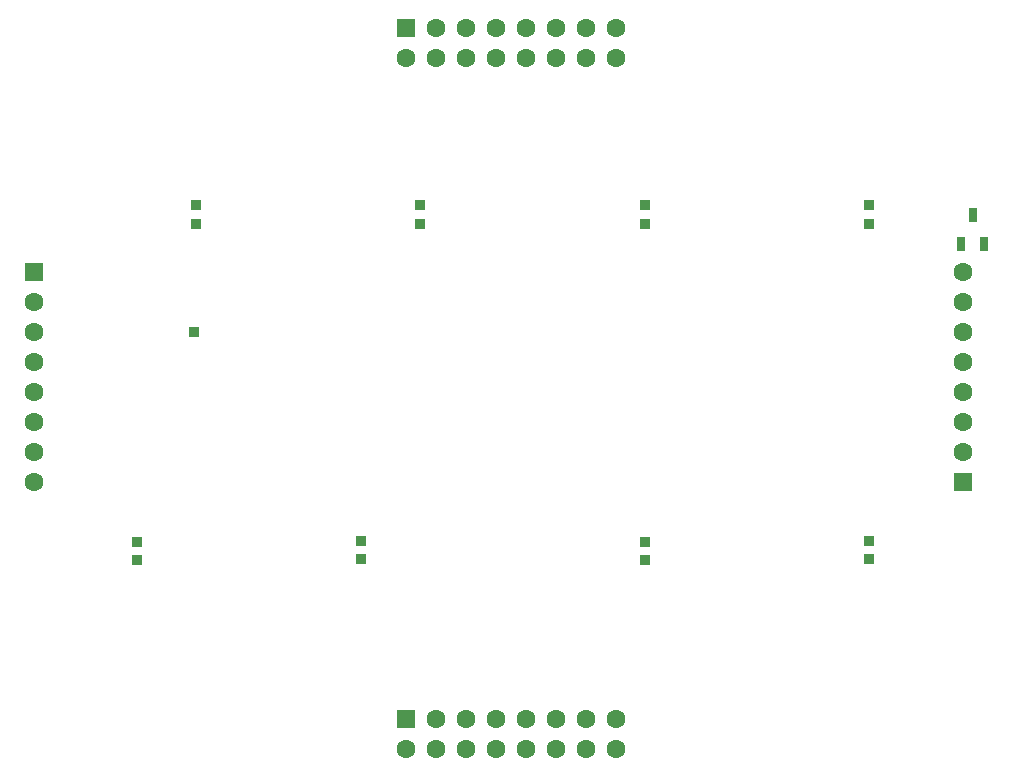
<source format=gbs>
G04*
G04 #@! TF.GenerationSoftware,Altium Limited,Altium Designer,24.5.2 (23)*
G04*
G04 Layer_Color=16711935*
%FSLAX25Y25*%
%MOIN*%
G70*
G04*
G04 #@! TF.SameCoordinates,F9E145AB-4376-4A3A-B871-3CA844BA1A44*
G04*
G04*
G04 #@! TF.FilePolarity,Negative*
G04*
G01*
G75*
%ADD25R,0.03740X0.03740*%
%ADD28R,0.03740X0.03740*%
%ADD29C,0.06299*%
%ADD30R,0.06299X0.06299*%
%ADD31R,0.06299X0.06299*%
%ADD43R,0.02756X0.05118*%
D25*
X223471Y92716D02*
D03*
Y86613D02*
D03*
X298196Y93011D02*
D03*
Y86909D02*
D03*
Y198721D02*
D03*
Y204823D02*
D03*
X223393Y198721D02*
D03*
Y204823D02*
D03*
X73787Y198721D02*
D03*
Y204823D02*
D03*
X148590Y198721D02*
D03*
Y204823D02*
D03*
X128968Y93011D02*
D03*
Y86909D02*
D03*
X54165Y92618D02*
D03*
Y86516D02*
D03*
D28*
X73260Y162598D02*
D03*
D29*
X143886Y23622D02*
D03*
X153886D02*
D03*
Y33622D02*
D03*
X163886Y23622D02*
D03*
Y33622D02*
D03*
X173886Y23622D02*
D03*
Y33622D02*
D03*
X183886Y23622D02*
D03*
Y33622D02*
D03*
X193886Y23622D02*
D03*
Y33622D02*
D03*
X203886Y23622D02*
D03*
Y33622D02*
D03*
X213886Y23622D02*
D03*
Y33622D02*
D03*
X143886Y253937D02*
D03*
X153886D02*
D03*
Y263937D02*
D03*
X163886Y253937D02*
D03*
Y263937D02*
D03*
X173886Y253937D02*
D03*
Y263937D02*
D03*
X183886Y253937D02*
D03*
Y263937D02*
D03*
X193886Y253937D02*
D03*
Y263937D02*
D03*
X203886Y253937D02*
D03*
Y263937D02*
D03*
X213886Y253937D02*
D03*
Y263937D02*
D03*
X329652Y182663D02*
D03*
Y172663D02*
D03*
Y162663D02*
D03*
Y152663D02*
D03*
Y142663D02*
D03*
Y132663D02*
D03*
Y122663D02*
D03*
X19685Y112559D02*
D03*
Y122559D02*
D03*
Y132559D02*
D03*
Y142559D02*
D03*
Y152559D02*
D03*
Y162559D02*
D03*
Y172559D02*
D03*
D30*
X143886Y33622D02*
D03*
Y263937D02*
D03*
D31*
X329652Y112663D02*
D03*
X19685Y182559D02*
D03*
D43*
X332677Y201772D02*
D03*
X328937Y191929D02*
D03*
X336417D02*
D03*
M02*

</source>
